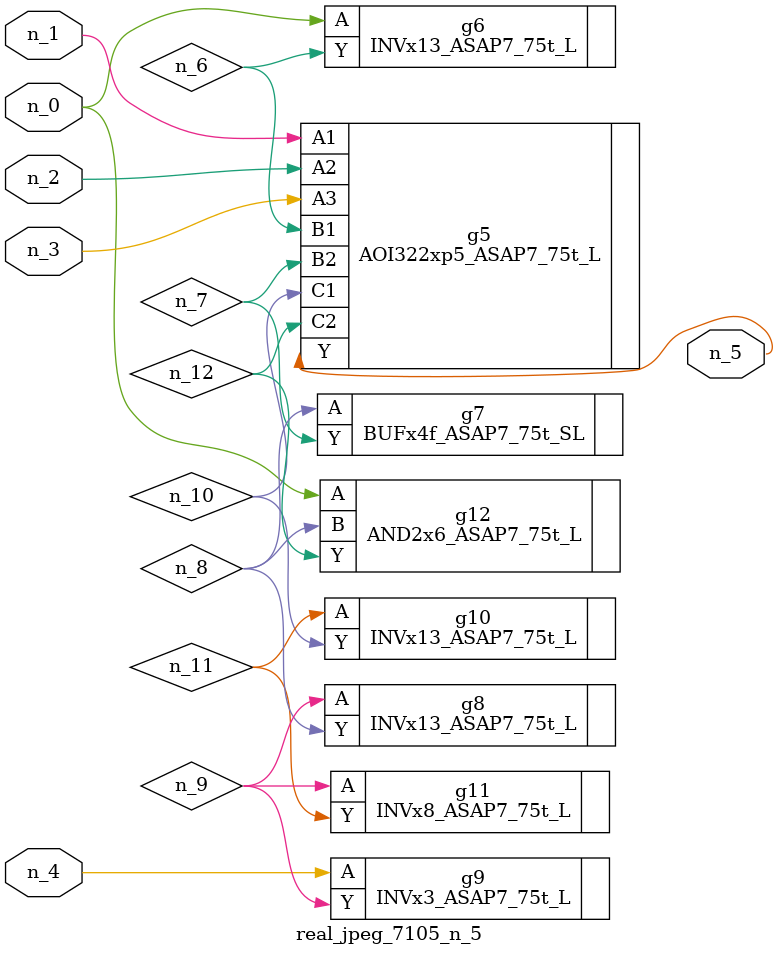
<source format=v>
module real_jpeg_7105_n_5 (n_4, n_0, n_1, n_2, n_3, n_5);

input n_4;
input n_0;
input n_1;
input n_2;
input n_3;

output n_5;

wire n_12;
wire n_8;
wire n_11;
wire n_6;
wire n_7;
wire n_10;
wire n_9;

INVx13_ASAP7_75t_L g6 ( 
.A(n_0),
.Y(n_6)
);

AND2x6_ASAP7_75t_L g12 ( 
.A(n_0),
.B(n_8),
.Y(n_12)
);

AOI322xp5_ASAP7_75t_L g5 ( 
.A1(n_1),
.A2(n_2),
.A3(n_3),
.B1(n_6),
.B2(n_7),
.C1(n_10),
.C2(n_12),
.Y(n_5)
);

INVx3_ASAP7_75t_L g9 ( 
.A(n_4),
.Y(n_9)
);

BUFx4f_ASAP7_75t_SL g7 ( 
.A(n_8),
.Y(n_7)
);

INVx13_ASAP7_75t_L g8 ( 
.A(n_9),
.Y(n_8)
);

INVx8_ASAP7_75t_L g11 ( 
.A(n_9),
.Y(n_11)
);

INVx13_ASAP7_75t_L g10 ( 
.A(n_11),
.Y(n_10)
);


endmodule
</source>
